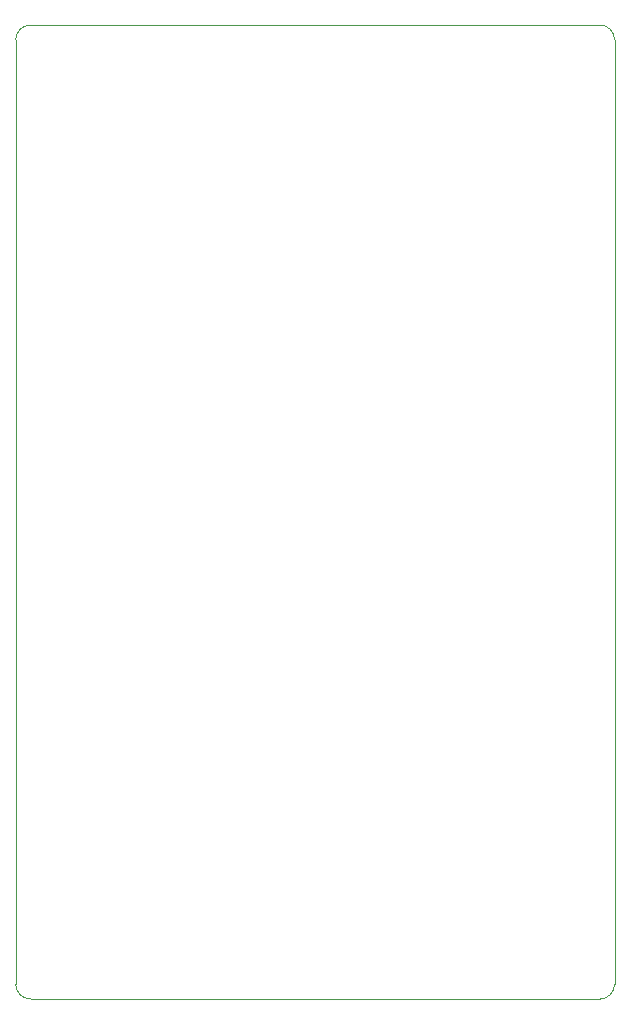
<source format=gm1>
%TF.GenerationSoftware,KiCad,Pcbnew,5.0.1*%
%TF.CreationDate,2018-11-26T07:17:36+01:00*%
%TF.ProjectId,leddings,6C656464696E67732E6B696361645F70,rev?*%
%TF.SameCoordinates,Original*%
%TF.FileFunction,Profile,NP*%
%FSLAX46Y46*%
G04 Gerber Fmt 4.6, Leading zero omitted, Abs format (unit mm)*
G04 Created by KiCad (PCBNEW 5.0.1) date Mo 26 Nov 2018 07:17:36 CET*
%MOMM*%
%LPD*%
G01*
G04 APERTURE LIST*
%ADD10C,0.100000*%
G04 APERTURE END LIST*
D10*
X179070000Y-106680000D02*
X179070000Y-26670000D01*
X129540000Y-107950000D02*
X177800000Y-107950000D01*
X128270000Y-26670000D02*
X128270000Y-106680000D01*
X177800000Y-25400000D02*
X129540000Y-25400000D01*
X179070000Y-106680000D02*
G75*
G02X177800000Y-107950000I-1270000J0D01*
G01*
X129540000Y-107950000D02*
G75*
G02X128270000Y-106680000I0J1270000D01*
G01*
X128270000Y-26670000D02*
G75*
G02X129540000Y-25400000I1270000J0D01*
G01*
X177800000Y-25400000D02*
G75*
G02X179070000Y-26670000I0J-1270000D01*
G01*
M02*

</source>
